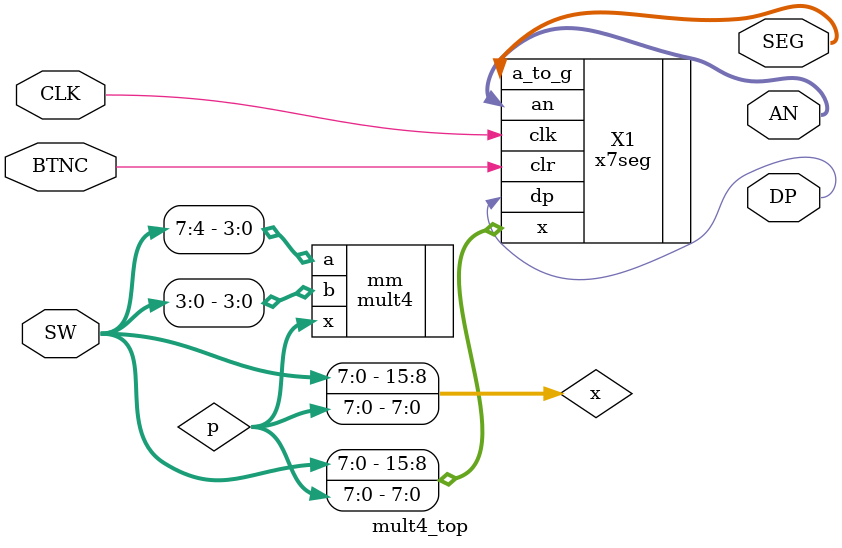
<source format=v>
`timescale 1ns / 1ps

module mult4_top (  
input wire CLK ,
input wire BTNC ,
input wire [7:0] SW ,
output wire [6:0] SEG ,
output wire [3:0] AN ,
output wire DP  
);
wire [15:0] x;
wire [7:0] p;

mult4 mm (
    .a(SW[7:4]),
	.b(SW[3:0]),
	.x(p)
);

assign x[15:12] = SW[7:4];		
assign x[11:8] = SW[3:0];		
assign x[7:0] = p;		

x7seg X1 (
    .x(x),
	.clk(CLK),
	.clr(BTNC),
	.a_to_g(SEG),
	.an(AN),
	.dp(DP)
);

endmodule
</source>
